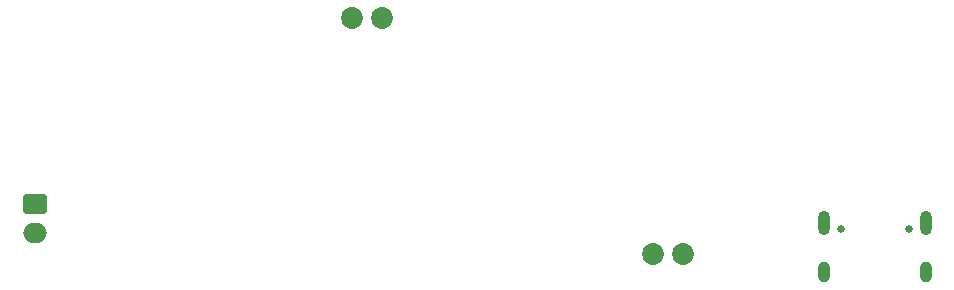
<source format=gbr>
%TF.GenerationSoftware,KiCad,Pcbnew,8.0.2*%
%TF.CreationDate,2024-11-22T23:26:06-05:00*%
%TF.ProjectId,PCB_Ruler_V1_2024,5043425f-5275-46c6-9572-5f56315f3230,rev?*%
%TF.SameCoordinates,Original*%
%TF.FileFunction,Soldermask,Bot*%
%TF.FilePolarity,Negative*%
%FSLAX46Y46*%
G04 Gerber Fmt 4.6, Leading zero omitted, Abs format (unit mm)*
G04 Created by KiCad (PCBNEW 8.0.2) date 2024-11-22 23:26:06*
%MOMM*%
%LPD*%
G01*
G04 APERTURE LIST*
G04 Aperture macros list*
%AMRoundRect*
0 Rectangle with rounded corners*
0 $1 Rounding radius*
0 $2 $3 $4 $5 $6 $7 $8 $9 X,Y pos of 4 corners*
0 Add a 4 corners polygon primitive as box body*
4,1,4,$2,$3,$4,$5,$6,$7,$8,$9,$2,$3,0*
0 Add four circle primitives for the rounded corners*
1,1,$1+$1,$2,$3*
1,1,$1+$1,$4,$5*
1,1,$1+$1,$6,$7*
1,1,$1+$1,$8,$9*
0 Add four rect primitives between the rounded corners*
20,1,$1+$1,$2,$3,$4,$5,0*
20,1,$1+$1,$4,$5,$6,$7,0*
20,1,$1+$1,$6,$7,$8,$9,0*
20,1,$1+$1,$8,$9,$2,$3,0*%
G04 Aperture macros list end*
%ADD10C,1.854000*%
%ADD11RoundRect,0.250000X-0.750000X0.600000X-0.750000X-0.600000X0.750000X-0.600000X0.750000X0.600000X0*%
%ADD12O,2.000000X1.700000*%
%ADD13C,0.650000*%
%ADD14O,1.000000X2.100000*%
%ADD15O,1.000000X1.800000*%
G04 APERTURE END LIST*
D10*
%TO.C,J4*%
X202770000Y-148000000D03*
X200230000Y-148000000D03*
%TD*%
%TO.C,J5*%
X174730000Y-128000000D03*
X177270000Y-128000000D03*
%TD*%
D11*
%TO.C,J2*%
X147850000Y-143750000D03*
D12*
X147850000Y-146250000D03*
%TD*%
D13*
%TO.C,J1*%
X216110000Y-145895000D03*
X221890000Y-145895000D03*
D14*
X214680000Y-145375000D03*
D15*
X214680000Y-149575000D03*
D14*
X223320000Y-145375000D03*
D15*
X223320000Y-149575000D03*
%TD*%
M02*

</source>
